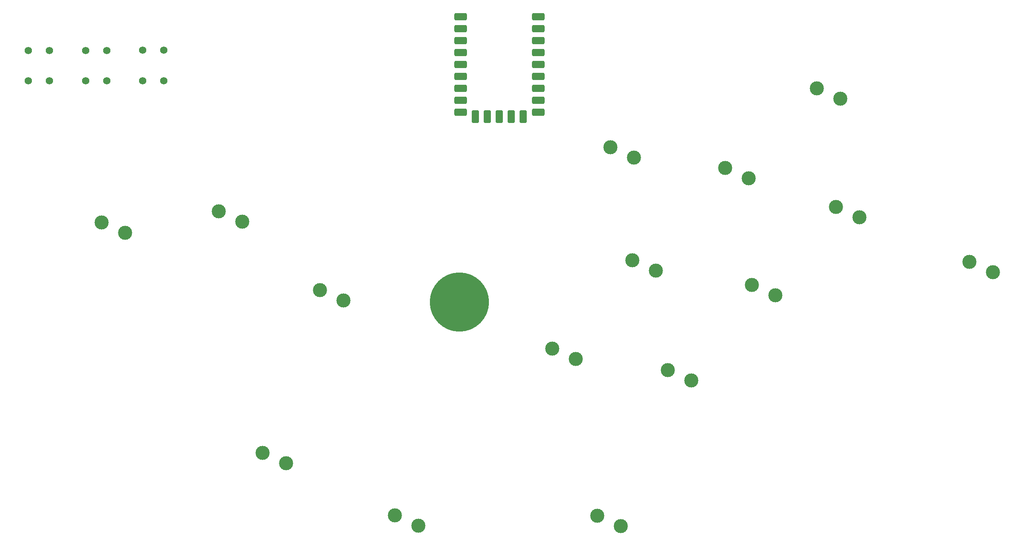
<source format=gbr>
%TF.GenerationSoftware,KiCad,Pcbnew,7.0.7*%
%TF.CreationDate,2023-10-08T10:30:22+09:00*%
%TF.ProjectId,lvls,6c766c73-2e6b-4696-9361-645f70636258,rev?*%
%TF.SameCoordinates,Original*%
%TF.FileFunction,Soldermask,Top*%
%TF.FilePolarity,Negative*%
%FSLAX46Y46*%
G04 Gerber Fmt 4.6, Leading zero omitted, Abs format (unit mm)*
G04 Created by KiCad (PCBNEW 7.0.7) date 2023-10-08 10:30:22*
%MOMM*%
%LPD*%
G01*
G04 APERTURE LIST*
G04 Aperture macros list*
%AMRoundRect*
0 Rectangle with rounded corners*
0 $1 Rounding radius*
0 $2 $3 $4 $5 $6 $7 $8 $9 X,Y pos of 4 corners*
0 Add a 4 corners polygon primitive as box body*
4,1,4,$2,$3,$4,$5,$6,$7,$8,$9,$2,$3,0*
0 Add four circle primitives for the rounded corners*
1,1,$1+$1,$2,$3*
1,1,$1+$1,$4,$5*
1,1,$1+$1,$6,$7*
1,1,$1+$1,$8,$9*
0 Add four rect primitives between the rounded corners*
20,1,$1+$1,$2,$3,$4,$5,0*
20,1,$1+$1,$4,$5,$6,$7,0*
20,1,$1+$1,$6,$7,$8,$9,0*
20,1,$1+$1,$8,$9,$2,$3,0*%
G04 Aperture macros list end*
%ADD10C,1.575000*%
%ADD11C,12.600000*%
%ADD12C,3.000000*%
%ADD13RoundRect,0.400000X-0.966000X-0.400000X0.966000X-0.400000X0.966000X0.400000X-0.966000X0.400000X0*%
%ADD14RoundRect,0.400050X-0.965950X-0.400050X0.965950X-0.400050X0.965950X0.400050X-0.965950X0.400050X0*%
%ADD15RoundRect,0.400000X-0.400000X-0.988000X0.400000X-0.988000X0.400000X0.988000X-0.400000X0.988000X0*%
%ADD16RoundRect,0.393700X-0.393700X-0.994300X0.393700X-0.994300X0.393700X0.994300X-0.393700X0.994300X0*%
G04 APERTURE END LIST*
D10*
%TO.C,S3*%
X66850000Y-32081500D03*
X66850000Y-38581500D03*
X62350000Y-32081500D03*
X62350000Y-38581500D03*
%TD*%
%TO.C,S2*%
X50180000Y-38631500D03*
X50180000Y-32131500D03*
X54680000Y-38631500D03*
X54680000Y-32131500D03*
%TD*%
%TO.C,S1*%
X42480000Y-32131500D03*
X42480000Y-38631500D03*
X37980000Y-32131500D03*
X37980000Y-38631500D03*
%TD*%
D11*
%TO.C,H1*%
X129600000Y-85700000D03*
%TD*%
D12*
%TO.C,SW13*%
X87790000Y-117740000D03*
X92790000Y-119940000D03*
%TD*%
%TO.C,SW15*%
X158920000Y-131100000D03*
X163920000Y-133300000D03*
%TD*%
%TO.C,SW3*%
X53600000Y-68720000D03*
X58600000Y-70920000D03*
%TD*%
D13*
%TO.C,RZ1*%
X146425000Y-24985000D03*
X146425000Y-27525000D03*
X146425000Y-30065000D03*
X146425000Y-32605000D03*
X146425000Y-35145000D03*
D14*
X146425000Y-37685000D03*
X146425000Y-40225000D03*
X146425000Y-42765000D03*
X146425000Y-45305000D03*
D15*
X143219000Y-46203000D03*
D16*
X140679000Y-46203000D03*
X138139000Y-46203000D03*
X135599000Y-46203000D03*
X133059000Y-46203000D03*
D14*
X129853000Y-45305000D03*
X129853000Y-42765000D03*
X129853000Y-40225000D03*
X129853000Y-37685000D03*
X129853000Y-35145000D03*
X129853000Y-32605000D03*
X129853000Y-30065000D03*
X129853000Y-27525000D03*
X129853000Y-24985000D03*
%TD*%
D12*
%TO.C,SW11*%
X173920000Y-100110000D03*
X178920000Y-102310000D03*
%TD*%
%TO.C,SW14*%
X115880000Y-131020000D03*
X120880000Y-133220000D03*
%TD*%
%TO.C,SW8*%
X209670000Y-65440000D03*
X214670000Y-67640000D03*
%TD*%
%TO.C,SW5*%
X99990000Y-83090000D03*
X104990000Y-85290000D03*
%TD*%
%TO.C,SW7*%
X186110000Y-57150000D03*
X191110000Y-59350000D03*
%TD*%
%TO.C,SW10*%
X149350000Y-95580000D03*
X154350000Y-97780000D03*
%TD*%
%TO.C,SW12*%
X191780000Y-82030000D03*
X196780000Y-84230000D03*
%TD*%
%TO.C,SW9*%
X237970000Y-77110000D03*
X242970000Y-79310000D03*
%TD*%
%TO.C,SW6*%
X166340000Y-76800000D03*
X171340000Y-79000000D03*
%TD*%
%TO.C,SW1*%
X205590000Y-40220000D03*
X210590000Y-42420000D03*
%TD*%
%TO.C,SW2*%
X161700000Y-52770000D03*
X166700000Y-54970000D03*
%TD*%
%TO.C,SW4*%
X78490000Y-66340000D03*
X83490000Y-68540000D03*
%TD*%
M02*

</source>
